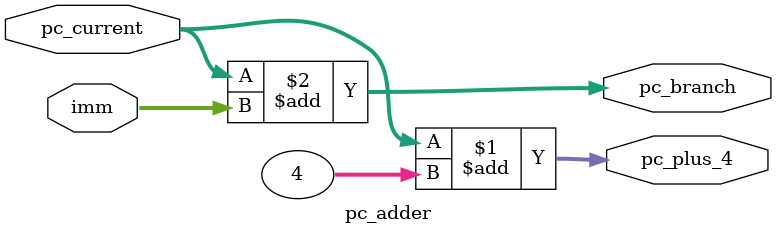
<source format=v>
`timescale 1ns / 1ps

module pc_adder(
input  [31:0] pc_current,   
input  [31:0] imm,          // Immediate (from immediate_gen)
output [31:0] pc_plus_4,    // PC + 4
output [31:0] pc_branch     // PC + Immediate (branch target)
   );

assign pc_plus_4 = pc_current + 32'd4;
assign pc_branch = pc_current + imm;

endmodule
</source>
